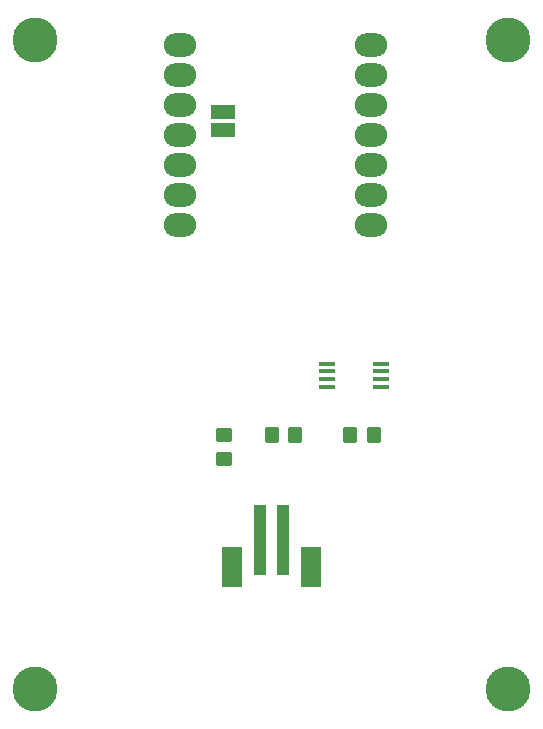
<source format=gbr>
%TF.GenerationSoftware,KiCad,Pcbnew,6.0.2+dfsg-1*%
%TF.CreationDate,2023-09-04T20:06:16+10:00*%
%TF.ProjectId,xiao-esp32c-temperature-sensor,7869616f-2d65-4737-9033-32632d74656d,rev?*%
%TF.SameCoordinates,Original*%
%TF.FileFunction,Soldermask,Top*%
%TF.FilePolarity,Negative*%
%FSLAX46Y46*%
G04 Gerber Fmt 4.6, Leading zero omitted, Abs format (unit mm)*
G04 Created by KiCad (PCBNEW 6.0.2+dfsg-1) date 2023-09-04 20:06:16*
%MOMM*%
%LPD*%
G01*
G04 APERTURE LIST*
G04 Aperture macros list*
%AMRoundRect*
0 Rectangle with rounded corners*
0 $1 Rounding radius*
0 $2 $3 $4 $5 $6 $7 $8 $9 X,Y pos of 4 corners*
0 Add a 4 corners polygon primitive as box body*
4,1,4,$2,$3,$4,$5,$6,$7,$8,$9,$2,$3,0*
0 Add four circle primitives for the rounded corners*
1,1,$1+$1,$2,$3*
1,1,$1+$1,$4,$5*
1,1,$1+$1,$6,$7*
1,1,$1+$1,$8,$9*
0 Add four rect primitives between the rounded corners*
20,1,$1+$1,$2,$3,$4,$5,0*
20,1,$1+$1,$4,$5,$6,$7,0*
20,1,$1+$1,$6,$7,$8,$9,0*
20,1,$1+$1,$8,$9,$2,$3,0*%
G04 Aperture macros list end*
%ADD10C,3.800000*%
%ADD11R,1.000000X6.000000*%
%ADD12R,1.800000X3.400000*%
%ADD13RoundRect,0.250000X-0.350000X-0.450000X0.350000X-0.450000X0.350000X0.450000X-0.350000X0.450000X0*%
%ADD14R,1.400000X0.410000*%
%ADD15RoundRect,1.000000X-0.375000X0.000000X0.375000X0.000000X0.375000X0.000000X-0.375000X0.000000X0*%
%ADD16R,2.000000X1.250000*%
%ADD17RoundRect,0.250000X-0.450000X0.350000X-0.450000X-0.350000X0.450000X-0.350000X0.450000X0.350000X0*%
%ADD18RoundRect,0.250000X0.350000X0.450000X-0.350000X0.450000X-0.350000X-0.450000X0.350000X-0.450000X0*%
G04 APERTURE END LIST*
D10*
%TO.C,H4*%
X150000000Y-92500000D03*
%TD*%
%TO.C,H3*%
X110000000Y-92500000D03*
%TD*%
D11*
%TO.C,CN1*%
X131000000Y-134840000D03*
X129000000Y-134840000D03*
D12*
X126650000Y-137160000D03*
X133350000Y-137160000D03*
%TD*%
D10*
%TO.C,H1*%
X110000000Y-147500000D03*
%TD*%
D13*
%TO.C,R1*%
X130000000Y-126000000D03*
X132000000Y-126000000D03*
%TD*%
D10*
%TO.C,H2*%
X150000000Y-147500000D03*
%TD*%
D14*
%TO.C,U2*%
X134650000Y-119940000D03*
X134650000Y-120590000D03*
X134650000Y-121250000D03*
X134650000Y-121900000D03*
X139250000Y-121900000D03*
X139250000Y-121250000D03*
X139250000Y-120590000D03*
X139250000Y-119940000D03*
%TD*%
D15*
%TO.C,U1*%
X122219000Y-92999250D03*
X122219000Y-95539250D03*
X122219000Y-98079250D03*
X122219000Y-100619250D03*
X122219000Y-103159250D03*
X122219000Y-105699250D03*
X122219000Y-108239250D03*
X138384000Y-108239250D03*
X138384000Y-105699250D03*
X138384000Y-103159250D03*
X138384000Y-100619250D03*
X138384000Y-98079250D03*
X138384000Y-95539250D03*
X138384000Y-92999250D03*
D16*
X125884000Y-98619250D03*
X125884000Y-100119250D03*
%TD*%
D17*
%TO.C,R2*%
X126000000Y-126000000D03*
X126000000Y-128000000D03*
%TD*%
D18*
%TO.C,R3*%
X138650000Y-125940000D03*
X136650000Y-125940000D03*
%TD*%
M02*

</source>
